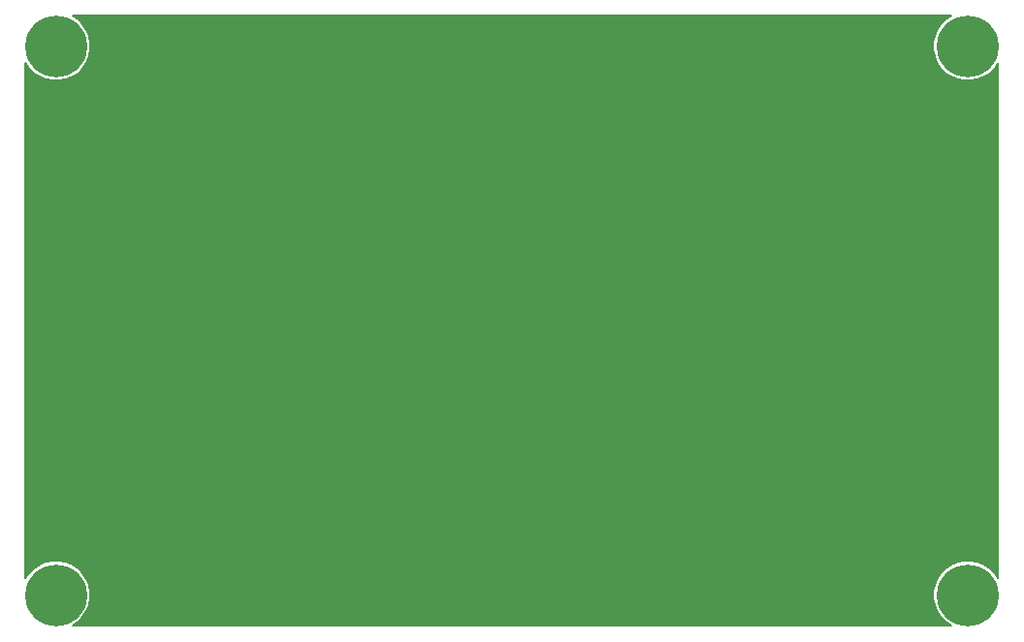
<source format=gbr>
%TF.GenerationSoftware,KiCad,Pcbnew,(5.1.9-0-10_14)*%
%TF.CreationDate,2021-09-19T22:05:27+02:00*%
%TF.ProjectId,rf-proto-card,72662d70-726f-4746-9f2d-636172642e6b,1*%
%TF.SameCoordinates,Original*%
%TF.FileFunction,Copper,L2,Bot*%
%TF.FilePolarity,Positive*%
%FSLAX46Y46*%
G04 Gerber Fmt 4.6, Leading zero omitted, Abs format (unit mm)*
G04 Created by KiCad (PCBNEW (5.1.9-0-10_14)) date 2021-09-19 22:05:27*
%MOMM*%
%LPD*%
G01*
G04 APERTURE LIST*
%TA.AperFunction,ComponentPad*%
%ADD10C,0.800000*%
%TD*%
%TA.AperFunction,ComponentPad*%
%ADD11C,5.400000*%
%TD*%
%TA.AperFunction,ViaPad*%
%ADD12C,0.500000*%
%TD*%
%TA.AperFunction,Conductor*%
%ADD13C,0.211000*%
%TD*%
%TA.AperFunction,Conductor*%
%ADD14C,0.100000*%
%TD*%
G04 APERTURE END LIST*
D10*
%TO.P,H4,1*%
%TO.N,N/C*%
X187031891Y-68568109D03*
X185600000Y-67975000D03*
X184168109Y-68568109D03*
X183575000Y-70000000D03*
X184168109Y-71431891D03*
X185600000Y-72025000D03*
X187031891Y-71431891D03*
X187625000Y-70000000D03*
D11*
X185600000Y-70000000D03*
%TD*%
D10*
%TO.P,H3,1*%
%TO.N,N/C*%
X187031891Y-116548109D03*
X185600000Y-115955000D03*
X184168109Y-116548109D03*
X183575000Y-117980000D03*
X184168109Y-119411891D03*
X185600000Y-120005000D03*
X187031891Y-119411891D03*
X187625000Y-117980000D03*
D11*
X185600000Y-117980000D03*
%TD*%
D10*
%TO.P,H2,1*%
%TO.N,N/C*%
X107431891Y-116548109D03*
X106000000Y-115955000D03*
X104568109Y-116548109D03*
X103975000Y-117980000D03*
X104568109Y-119411891D03*
X106000000Y-120005000D03*
X107431891Y-119411891D03*
X108025000Y-117980000D03*
D11*
X106000000Y-117980000D03*
%TD*%
D10*
%TO.P,H1,1*%
%TO.N,N/C*%
X107431891Y-68568109D03*
X106000000Y-67975000D03*
X104568109Y-68568109D03*
X103975000Y-70000000D03*
X104568109Y-71431891D03*
X106000000Y-72025000D03*
X107431891Y-71431891D03*
X108025000Y-70000000D03*
D11*
X106000000Y-70000000D03*
%TD*%
D12*
%TO.N,GND*%
X184600000Y-105700000D03*
X184600000Y-100800000D03*
X184600000Y-82500000D03*
X184600000Y-87500000D03*
X107000000Y-105750000D03*
X107000000Y-100750000D03*
X107000000Y-87500000D03*
X107000000Y-82500000D03*
X146000000Y-103300000D03*
X146000000Y-85000000D03*
X146000000Y-82000000D03*
X109000000Y-105500000D03*
X105000000Y-105500000D03*
X105000000Y-101000000D03*
X109000000Y-101000000D03*
X109000000Y-87250000D03*
X105000000Y-87250000D03*
X105000000Y-82750000D03*
X109000000Y-82750000D03*
X186500000Y-87250000D03*
X186500000Y-82750000D03*
X182750000Y-82750000D03*
X182750000Y-87250000D03*
X186500000Y-101250000D03*
X186500000Y-105250000D03*
X182750000Y-105250000D03*
X182750000Y-101250000D03*
X137250000Y-83750000D03*
X139000000Y-83000000D03*
X153000000Y-83000000D03*
X146000000Y-104500000D03*
X154750000Y-83750000D03*
X137250000Y-104500000D03*
X139000000Y-105250000D03*
X139000000Y-104250000D03*
X140750000Y-104500000D03*
X151250000Y-104500000D03*
X153000000Y-104250000D03*
X153000000Y-105250000D03*
X154750000Y-104500000D03*
X111000000Y-83750000D03*
X111000000Y-86250000D03*
X113500000Y-83750000D03*
X113500000Y-83750000D03*
X116000000Y-83750000D03*
X118500000Y-83750000D03*
X121000000Y-83750000D03*
X123500000Y-83750000D03*
X126000000Y-83750000D03*
X126000000Y-83750000D03*
X128500000Y-83750000D03*
X128500000Y-86250000D03*
X128500000Y-86250000D03*
X126000000Y-86250000D03*
X126000000Y-86250000D03*
X123500000Y-86250000D03*
X121000000Y-86250000D03*
X118500000Y-86250000D03*
X116000000Y-86250000D03*
X113500000Y-86250000D03*
X130000000Y-83750000D03*
X130000000Y-86250000D03*
X132750000Y-83750000D03*
X132750000Y-86250000D03*
X132750000Y-86250000D03*
X132750000Y-86250000D03*
X135250000Y-86250000D03*
X159250000Y-86250000D03*
X159250000Y-86250000D03*
X156750000Y-86250000D03*
X156750000Y-86250000D03*
X154250000Y-86250000D03*
X154250000Y-86250000D03*
X151750000Y-86250000D03*
X151750000Y-86250000D03*
X135250000Y-86250000D03*
X137750000Y-86250000D03*
X137750000Y-86250000D03*
X140250000Y-86250000D03*
X143250000Y-86250000D03*
X148750000Y-86250000D03*
X146000000Y-102000000D03*
X146000000Y-102000000D03*
X143250000Y-102000000D03*
X146000000Y-102000000D03*
X148750000Y-102000000D03*
X159250000Y-102000000D03*
X159250000Y-102000000D03*
X156750000Y-102000000D03*
X156750000Y-102000000D03*
X154250000Y-102000000D03*
X154250000Y-102000000D03*
X151750000Y-102000000D03*
X132750000Y-102000000D03*
X132750000Y-102000000D03*
X135250000Y-102000000D03*
X135250000Y-102000000D03*
X137750000Y-102000000D03*
X137750000Y-102000000D03*
X140250000Y-102000000D03*
X143250000Y-83750000D03*
X148750000Y-83750000D03*
X146000000Y-83750000D03*
X134750000Y-83750000D03*
X157250000Y-83750000D03*
X159250000Y-83750000D03*
X162000000Y-86250000D03*
X162000000Y-83750000D03*
X180500000Y-83750000D03*
X180500000Y-86250000D03*
X180500000Y-86250000D03*
X178000000Y-86250000D03*
X180500000Y-83750000D03*
X178000000Y-83750000D03*
X178000000Y-83750000D03*
X175500000Y-83750000D03*
X175500000Y-86250000D03*
X173000000Y-86250000D03*
X173000000Y-86250000D03*
X170500000Y-86250000D03*
X168000000Y-86250000D03*
X168000000Y-86250000D03*
X165500000Y-86250000D03*
X165500000Y-83750000D03*
X165500000Y-83750000D03*
X168000000Y-83750000D03*
X168000000Y-83750000D03*
X170500000Y-83750000D03*
X170500000Y-83750000D03*
X173000000Y-83750000D03*
X111000000Y-102000000D03*
X111000000Y-102000000D03*
X113500000Y-102000000D03*
X113500000Y-102000000D03*
X116000000Y-102000000D03*
X116000000Y-102000000D03*
X118500000Y-102000000D03*
X118500000Y-102000000D03*
X121000000Y-102000000D03*
X121000000Y-102000000D03*
X123500000Y-102000000D03*
X123500000Y-102000000D03*
X126000000Y-102000000D03*
X126000000Y-102000000D03*
X128500000Y-102000000D03*
X130000000Y-102000000D03*
X130000000Y-104500000D03*
X128500000Y-104500000D03*
X126000000Y-104500000D03*
X123500000Y-104500000D03*
X121000000Y-104500000D03*
X118500000Y-104500000D03*
X116000000Y-104500000D03*
X113500000Y-104500000D03*
X111000000Y-104500000D03*
X132750000Y-104500000D03*
X134750000Y-104500000D03*
X143250000Y-104500000D03*
X148750000Y-104500000D03*
X139000000Y-84000000D03*
X140750000Y-83750000D03*
X153000000Y-84000000D03*
X151250000Y-83750000D03*
X159250000Y-104500000D03*
X157250000Y-104500000D03*
X162000000Y-104500000D03*
X162000000Y-102000000D03*
X180500000Y-102000000D03*
X180500000Y-104500000D03*
X180500000Y-104500000D03*
X178000000Y-104500000D03*
X175500000Y-104500000D03*
X173000000Y-104500000D03*
X170500000Y-104500000D03*
X168000000Y-104500000D03*
X165500000Y-104500000D03*
X180500000Y-102000000D03*
X178000000Y-102000000D03*
X175500000Y-102000000D03*
X173000000Y-102000000D03*
X170500000Y-102000000D03*
X168000000Y-102000000D03*
X165500000Y-102000000D03*
X134750000Y-106500000D03*
X132750000Y-106500000D03*
X132750000Y-81750000D03*
X134750000Y-81750000D03*
X137250000Y-80750000D03*
X140750000Y-80750000D03*
X139000000Y-80750000D03*
X157250000Y-81750000D03*
X159250000Y-81750000D03*
X159250000Y-80250000D03*
X132750000Y-80250000D03*
X159250000Y-108000000D03*
X132750000Y-108000000D03*
X159250000Y-106500000D03*
X157250000Y-106500000D03*
X139000000Y-107500000D03*
X153000000Y-107500000D03*
X132750000Y-77750000D03*
X132750000Y-74250000D03*
X132750000Y-89750000D03*
X159250000Y-89750000D03*
X159250000Y-77750000D03*
X159250000Y-74250000D03*
X132750000Y-77750000D03*
X135250000Y-77750000D03*
X137750000Y-77750000D03*
X140250000Y-77750000D03*
X159250000Y-77750000D03*
X156750000Y-77750000D03*
X154250000Y-77750000D03*
X151750000Y-77750000D03*
X148750000Y-77750000D03*
X146000000Y-77750000D03*
X140250000Y-77750000D03*
X143250000Y-77750000D03*
X135250000Y-74250000D03*
X137750000Y-74250000D03*
X140250000Y-74250000D03*
X143250000Y-74250000D03*
X146000000Y-74250000D03*
X148750000Y-74250000D03*
X151750000Y-74250000D03*
X154250000Y-74250000D03*
X156750000Y-74250000D03*
X156750000Y-89750000D03*
X154250000Y-89750000D03*
X151750000Y-89750000D03*
X148750000Y-89750000D03*
X146000000Y-89750000D03*
X143250000Y-89750000D03*
X143250000Y-80000000D03*
X143250000Y-82000000D03*
X148750000Y-82000000D03*
X148750000Y-80000000D03*
X153000000Y-80750000D03*
X151250000Y-80750000D03*
X154750000Y-80750000D03*
X140250000Y-89750000D03*
X137750000Y-89750000D03*
X135250000Y-89750000D03*
X132750000Y-98500000D03*
X132750000Y-98500000D03*
X135250000Y-98500000D03*
X137750000Y-98500000D03*
X143250000Y-98500000D03*
X140250000Y-98500000D03*
X146000000Y-98500000D03*
X148750000Y-98500000D03*
X151750000Y-98500000D03*
X151750000Y-98500000D03*
X154250000Y-98500000D03*
X156750000Y-98500000D03*
X159250000Y-98500000D03*
X132750000Y-110500000D03*
X132750000Y-110500000D03*
X135250000Y-110500000D03*
X137750000Y-110500000D03*
X143000000Y-110500000D03*
X146000000Y-110500000D03*
X148750000Y-110500000D03*
X159250000Y-110500000D03*
X159250000Y-110500000D03*
X156750000Y-110500000D03*
X154250000Y-110500000D03*
X151750000Y-110500000D03*
X140250000Y-110500000D03*
X146000000Y-106250000D03*
X148500000Y-106250000D03*
X148500000Y-108250000D03*
X143250000Y-108250000D03*
X146000000Y-80000000D03*
X143250000Y-106250000D03*
X140750000Y-107500000D03*
X137250000Y-107500000D03*
X151250000Y-107500000D03*
X154750000Y-107500000D03*
X146000000Y-108250000D03*
X132750000Y-114000000D03*
X132750000Y-114000000D03*
X135250000Y-114000000D03*
X137750000Y-114000000D03*
X140250000Y-114000000D03*
X143000000Y-114000000D03*
X146000000Y-114000000D03*
X159250000Y-114000000D03*
X159250000Y-114000000D03*
X156750000Y-114000000D03*
X154250000Y-114000000D03*
X151750000Y-114000000D03*
X148750000Y-114000000D03*
X104000000Y-74000000D03*
X104000000Y-77000000D03*
X104000000Y-80000000D03*
X104000000Y-90000000D03*
X104000000Y-93000000D03*
X104000000Y-96000000D03*
X104000000Y-99000000D03*
X104000000Y-114000000D03*
X104000000Y-111000000D03*
X104000000Y-108000000D03*
X110000000Y-120000000D03*
X113000000Y-120000000D03*
X116000000Y-120000000D03*
X119000000Y-120000000D03*
X122000000Y-120000000D03*
X125000000Y-120000000D03*
X128000000Y-120000000D03*
X131000000Y-120000000D03*
X134000000Y-120000000D03*
X137000000Y-120000000D03*
X140000000Y-120000000D03*
X143000000Y-120000000D03*
X146000000Y-120000000D03*
X149000000Y-120000000D03*
X152000000Y-120000000D03*
X155000000Y-120000000D03*
X158000000Y-120000000D03*
X161000000Y-120000000D03*
X164000000Y-120000000D03*
X167000000Y-120000000D03*
X170000000Y-120000000D03*
X173000000Y-120000000D03*
X176000000Y-120000000D03*
X179000000Y-120000000D03*
X182000000Y-120000000D03*
X187000000Y-114000000D03*
X187000000Y-111000000D03*
X187000000Y-108000000D03*
X187000000Y-99000000D03*
X187000000Y-96000000D03*
X187000000Y-93000000D03*
X187000000Y-90000000D03*
X187000000Y-80000000D03*
X187000000Y-77000000D03*
X187000000Y-74000000D03*
X182000000Y-68000000D03*
X179000000Y-68000000D03*
X176000000Y-68000000D03*
X173000000Y-68000000D03*
X170000000Y-68000000D03*
X167000000Y-68000000D03*
X164000000Y-68000000D03*
X161000000Y-68000000D03*
X158000000Y-68000000D03*
X155000000Y-68000000D03*
X152000000Y-68000000D03*
X149000000Y-68000000D03*
X146000000Y-68000000D03*
X143000000Y-68000000D03*
X140000000Y-68000000D03*
X137000000Y-68000000D03*
X134000000Y-68000000D03*
X131000000Y-68000000D03*
X128000000Y-68000000D03*
X125000000Y-68000000D03*
X122000000Y-68000000D03*
X119000000Y-68000000D03*
X116000000Y-68000000D03*
X113000000Y-68000000D03*
X110000000Y-68000000D03*
X127750000Y-108000000D03*
X130000000Y-108000000D03*
X130000000Y-110500000D03*
X127750000Y-110500000D03*
X162000000Y-108000000D03*
X164250000Y-108000000D03*
X164250000Y-110500000D03*
X162000000Y-110500000D03*
X164000000Y-114500000D03*
X166000000Y-114500000D03*
X166000000Y-116500000D03*
X164000000Y-116500000D03*
X126000000Y-114500000D03*
X128000000Y-114500000D03*
X126000000Y-116500000D03*
X128000000Y-116500000D03*
X166000000Y-71750000D03*
X164000000Y-73750000D03*
X166000000Y-73750000D03*
X164000000Y-71750000D03*
X128000000Y-71750000D03*
X126000000Y-71750000D03*
X126000000Y-73750000D03*
X128000000Y-73750000D03*
X162000000Y-77750000D03*
X162000000Y-80250000D03*
X164250000Y-80250000D03*
X164250000Y-77750000D03*
X127750000Y-77750000D03*
X130000000Y-77750000D03*
X130000000Y-80250000D03*
X127750000Y-80250000D03*
X146000000Y-86250000D03*
X144500000Y-82750000D03*
X147500000Y-82750000D03*
X147500000Y-105500000D03*
X144500000Y-105500000D03*
X135000000Y-79750000D03*
X157000000Y-79750000D03*
X157000000Y-108500000D03*
X135000000Y-108500000D03*
X137250000Y-109000000D03*
X140750000Y-109000000D03*
X151250000Y-109000000D03*
X154750000Y-109000000D03*
X137250000Y-79250000D03*
X140750000Y-79250000D03*
X151250000Y-79250000D03*
X154750000Y-79250000D03*
%TD*%
D13*
%TO.N,GND*%
X183677093Y-67656931D02*
X183256931Y-68077093D01*
X182926812Y-68571151D01*
X182699422Y-69120119D01*
X182583500Y-69702901D01*
X182583500Y-70297099D01*
X182699422Y-70879881D01*
X182926812Y-71428849D01*
X183256931Y-71922907D01*
X183677093Y-72343069D01*
X184171151Y-72673188D01*
X184720119Y-72900578D01*
X185302901Y-73016500D01*
X185897099Y-73016500D01*
X186479881Y-72900578D01*
X187028849Y-72673188D01*
X187522907Y-72343069D01*
X187943069Y-71922907D01*
X188258500Y-71450831D01*
X188258501Y-116529170D01*
X187943069Y-116057093D01*
X187522907Y-115636931D01*
X187028849Y-115306812D01*
X186479881Y-115079422D01*
X185897099Y-114963500D01*
X185302901Y-114963500D01*
X184720119Y-115079422D01*
X184171151Y-115306812D01*
X183677093Y-115636931D01*
X183256931Y-116057093D01*
X182926812Y-116551151D01*
X182699422Y-117100119D01*
X182583500Y-117682901D01*
X182583500Y-118277099D01*
X182699422Y-118859881D01*
X182926812Y-119408849D01*
X183256931Y-119902907D01*
X183677093Y-120323069D01*
X184149169Y-120638500D01*
X107450831Y-120638500D01*
X107922907Y-120323069D01*
X108343069Y-119902907D01*
X108673188Y-119408849D01*
X108900578Y-118859881D01*
X109016500Y-118277099D01*
X109016500Y-117682901D01*
X108900578Y-117100119D01*
X108673188Y-116551151D01*
X108343069Y-116057093D01*
X107922907Y-115636931D01*
X107428849Y-115306812D01*
X106879881Y-115079422D01*
X106297099Y-114963500D01*
X105702901Y-114963500D01*
X105120119Y-115079422D01*
X104571151Y-115306812D01*
X104077093Y-115636931D01*
X103656931Y-116057093D01*
X103341500Y-116529169D01*
X103341500Y-71450831D01*
X103656931Y-71922907D01*
X104077093Y-72343069D01*
X104571151Y-72673188D01*
X105120119Y-72900578D01*
X105702901Y-73016500D01*
X106297099Y-73016500D01*
X106879881Y-72900578D01*
X107428849Y-72673188D01*
X107922907Y-72343069D01*
X108343069Y-71922907D01*
X108673188Y-71428849D01*
X108900578Y-70879881D01*
X109016500Y-70297099D01*
X109016500Y-69702901D01*
X108900578Y-69120119D01*
X108673188Y-68571151D01*
X108343069Y-68077093D01*
X107922907Y-67656931D01*
X107450831Y-67341500D01*
X184149169Y-67341500D01*
X183677093Y-67656931D01*
%TA.AperFunction,Conductor*%
D14*
G36*
X183677093Y-67656931D02*
G01*
X183256931Y-68077093D01*
X182926812Y-68571151D01*
X182699422Y-69120119D01*
X182583500Y-69702901D01*
X182583500Y-70297099D01*
X182699422Y-70879881D01*
X182926812Y-71428849D01*
X183256931Y-71922907D01*
X183677093Y-72343069D01*
X184171151Y-72673188D01*
X184720119Y-72900578D01*
X185302901Y-73016500D01*
X185897099Y-73016500D01*
X186479881Y-72900578D01*
X187028849Y-72673188D01*
X187522907Y-72343069D01*
X187943069Y-71922907D01*
X188258500Y-71450831D01*
X188258501Y-116529170D01*
X187943069Y-116057093D01*
X187522907Y-115636931D01*
X187028849Y-115306812D01*
X186479881Y-115079422D01*
X185897099Y-114963500D01*
X185302901Y-114963500D01*
X184720119Y-115079422D01*
X184171151Y-115306812D01*
X183677093Y-115636931D01*
X183256931Y-116057093D01*
X182926812Y-116551151D01*
X182699422Y-117100119D01*
X182583500Y-117682901D01*
X182583500Y-118277099D01*
X182699422Y-118859881D01*
X182926812Y-119408849D01*
X183256931Y-119902907D01*
X183677093Y-120323069D01*
X184149169Y-120638500D01*
X107450831Y-120638500D01*
X107922907Y-120323069D01*
X108343069Y-119902907D01*
X108673188Y-119408849D01*
X108900578Y-118859881D01*
X109016500Y-118277099D01*
X109016500Y-117682901D01*
X108900578Y-117100119D01*
X108673188Y-116551151D01*
X108343069Y-116057093D01*
X107922907Y-115636931D01*
X107428849Y-115306812D01*
X106879881Y-115079422D01*
X106297099Y-114963500D01*
X105702901Y-114963500D01*
X105120119Y-115079422D01*
X104571151Y-115306812D01*
X104077093Y-115636931D01*
X103656931Y-116057093D01*
X103341500Y-116529169D01*
X103341500Y-71450831D01*
X103656931Y-71922907D01*
X104077093Y-72343069D01*
X104571151Y-72673188D01*
X105120119Y-72900578D01*
X105702901Y-73016500D01*
X106297099Y-73016500D01*
X106879881Y-72900578D01*
X107428849Y-72673188D01*
X107922907Y-72343069D01*
X108343069Y-71922907D01*
X108673188Y-71428849D01*
X108900578Y-70879881D01*
X109016500Y-70297099D01*
X109016500Y-69702901D01*
X108900578Y-69120119D01*
X108673188Y-68571151D01*
X108343069Y-68077093D01*
X107922907Y-67656931D01*
X107450831Y-67341500D01*
X184149169Y-67341500D01*
X183677093Y-67656931D01*
G37*
%TD.AperFunction*%
%TD*%
M02*

</source>
